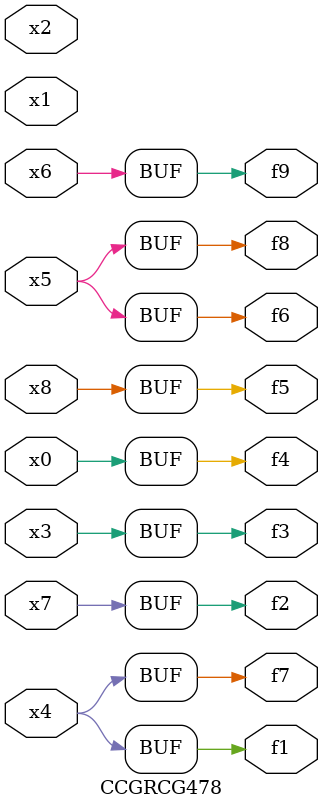
<source format=v>
module CCGRCG478(
	input x0, x1, x2, x3, x4, x5, x6, x7, x8,
	output f1, f2, f3, f4, f5, f6, f7, f8, f9
);
	assign f1 = x4;
	assign f2 = x7;
	assign f3 = x3;
	assign f4 = x0;
	assign f5 = x8;
	assign f6 = x5;
	assign f7 = x4;
	assign f8 = x5;
	assign f9 = x6;
endmodule

</source>
